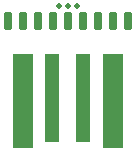
<source format=gbr>
%TF.GenerationSoftware,KiCad,Pcbnew,(6.0.8)*%
%TF.CreationDate,2022-12-19T21:27:52+01:00*%
%TF.ProjectId,Genna,47656e6e-612e-46b6-9963-61645f706362,rev?*%
%TF.SameCoordinates,Original*%
%TF.FileFunction,Soldermask,Top*%
%TF.FilePolarity,Negative*%
%FSLAX46Y46*%
G04 Gerber Fmt 4.6, Leading zero omitted, Abs format (unit mm)*
G04 Created by KiCad (PCBNEW (6.0.8)) date 2022-12-19 21:27:52*
%MOMM*%
%LPD*%
G01*
G04 APERTURE LIST*
G04 Aperture macros list*
%AMRoundRect*
0 Rectangle with rounded corners*
0 $1 Rounding radius*
0 $2 $3 $4 $5 $6 $7 $8 $9 X,Y pos of 4 corners*
0 Add a 4 corners polygon primitive as box body*
4,1,4,$2,$3,$4,$5,$6,$7,$8,$9,$2,$3,0*
0 Add four circle primitives for the rounded corners*
1,1,$1+$1,$2,$3*
1,1,$1+$1,$4,$5*
1,1,$1+$1,$6,$7*
1,1,$1+$1,$8,$9*
0 Add four rect primitives between the rounded corners*
20,1,$1+$1,$2,$3,$4,$5,0*
20,1,$1+$1,$4,$5,$6,$7,0*
20,1,$1+$1,$6,$7,$8,$9,0*
20,1,$1+$1,$8,$9,$2,$3,0*%
G04 Aperture macros list end*
%ADD10R,1.750000X8.000000*%
%ADD11R,1.250000X7.500000*%
%ADD12RoundRect,0.187500X-0.187500X0.562500X-0.187500X-0.562500X0.187500X-0.562500X0.187500X0.562500X0*%
%ADD13C,0.500000*%
G04 APERTURE END LIST*
D10*
%TO.C,J1*%
X138195320Y-81635320D03*
D11*
X135685320Y-81385320D03*
X133085320Y-81385320D03*
D10*
X130575320Y-81635320D03*
%TD*%
D12*
%TO.C,J3*%
X139475000Y-74850000D03*
X138205000Y-74850000D03*
X136935000Y-74850000D03*
X135665000Y-74850000D03*
X134395000Y-74850000D03*
X133125000Y-74850000D03*
X131855000Y-74850000D03*
X130585000Y-74850000D03*
X129315000Y-74850000D03*
%TD*%
D13*
%TO.C,REF\u002A\u002A*%
X134400000Y-73600000D03*
X135150000Y-73600000D03*
X133650000Y-73600000D03*
%TD*%
M02*

</source>
